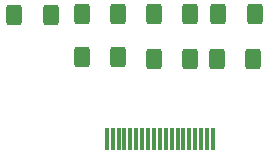
<source format=gtp>
G04 #@! TF.GenerationSoftware,KiCad,Pcbnew,(6.0.0)*
G04 #@! TF.CreationDate,2022-02-22T23:34:22+01:00*
G04 #@! TF.ProjectId,VGADIRECTO,56474144-4952-4454-9354-4f2e6b696361,rev?*
G04 #@! TF.SameCoordinates,Original*
G04 #@! TF.FileFunction,Paste,Top*
G04 #@! TF.FilePolarity,Positive*
%FSLAX46Y46*%
G04 Gerber Fmt 4.6, Leading zero omitted, Abs format (unit mm)*
G04 Created by KiCad (PCBNEW (6.0.0)) date 2022-02-22 23:34:22*
%MOMM*%
%LPD*%
G01*
G04 APERTURE LIST*
G04 Aperture macros list*
%AMRoundRect*
0 Rectangle with rounded corners*
0 $1 Rounding radius*
0 $2 $3 $4 $5 $6 $7 $8 $9 X,Y pos of 4 corners*
0 Add a 4 corners polygon primitive as box body*
4,1,4,$2,$3,$4,$5,$6,$7,$8,$9,$2,$3,0*
0 Add four circle primitives for the rounded corners*
1,1,$1+$1,$2,$3*
1,1,$1+$1,$4,$5*
1,1,$1+$1,$6,$7*
1,1,$1+$1,$8,$9*
0 Add four rect primitives between the rounded corners*
20,1,$1+$1,$2,$3,$4,$5,0*
20,1,$1+$1,$4,$5,$6,$7,0*
20,1,$1+$1,$6,$7,$8,$9,0*
20,1,$1+$1,$8,$9,$2,$3,0*%
G04 Aperture macros list end*
%ADD10RoundRect,0.250000X-0.400000X-0.625000X0.400000X-0.625000X0.400000X0.625000X-0.400000X0.625000X0*%
%ADD11R,0.300000X1.900000*%
G04 APERTURE END LIST*
D10*
X163169000Y-89027000D03*
X166269000Y-89027000D03*
X174980000Y-92710000D03*
X178080000Y-92710000D03*
X174980000Y-88900000D03*
X178080000Y-88900000D03*
X180314000Y-92710000D03*
X183414000Y-92710000D03*
X180441000Y-88900000D03*
X183541000Y-88900000D03*
X168884000Y-92583000D03*
X171984000Y-92583000D03*
X168884000Y-88900000D03*
X171984000Y-88900000D03*
D11*
X171010000Y-99520000D03*
X171510000Y-99520000D03*
X172010000Y-99520000D03*
X172510000Y-99520000D03*
X173010000Y-99520000D03*
X173510000Y-99520000D03*
X174010000Y-99520000D03*
X174510000Y-99520000D03*
X175010000Y-99520000D03*
X175510000Y-99520000D03*
X176010000Y-99520000D03*
X176510000Y-99520000D03*
X177010000Y-99520000D03*
X177510000Y-99520000D03*
X178010000Y-99520000D03*
X178510000Y-99520000D03*
X179010000Y-99520000D03*
X179510000Y-99520000D03*
X180010000Y-99520000D03*
M02*

</source>
